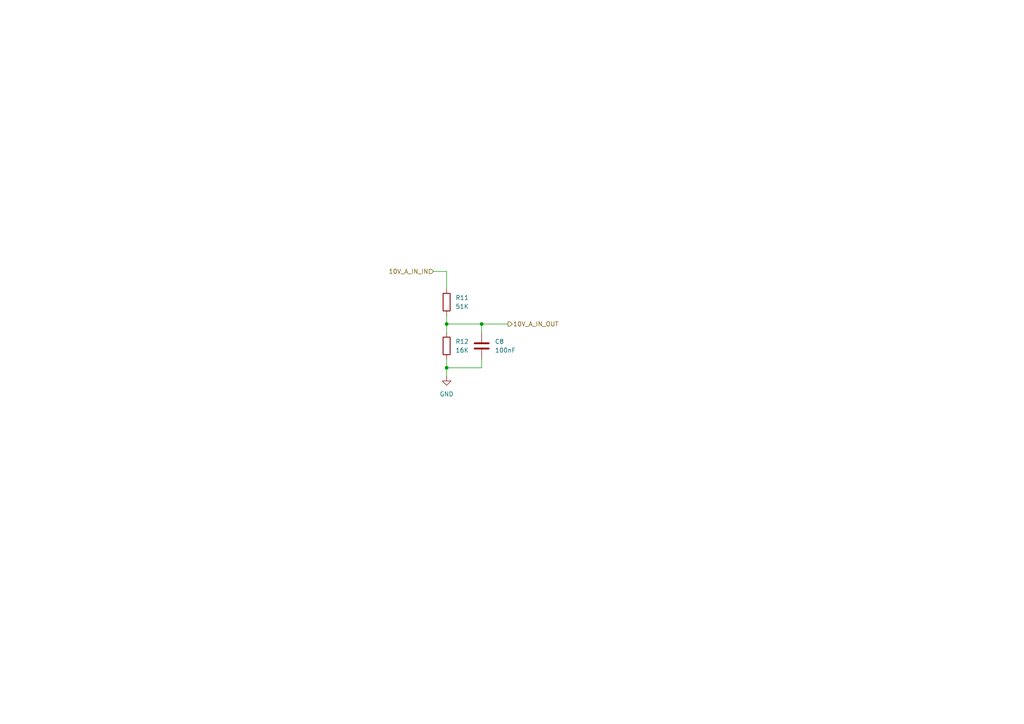
<source format=kicad_sch>
(kicad_sch (version 20250114) (generator "eeschema") (generator_version "9.0")
  (paper "A4")
  (lib_symbols
    (symbol "Device:C" (pin_numbers (hide yes)) (pin_names (offset 0.254))
      (property "Reference" "C" (at 0.635 2.54 0))
      (property "Value" "C" (at 0.635 -2.54 0))
      (symbol "C_0_1"
        (polyline (pts (xy -2.032 0.762) (xy 2.032 0.762)) (stroke (width 0.508)))
        (polyline (pts (xy -2.032 -0.762) (xy 2.032 -0.762)) (stroke (width 0.508)))
      )
      (symbol "C_1_1"
        (pin passive line (at 0 3.81 270) (length 2.794) (name "~") (number "1"))
        (pin passive line (at 0 -3.81 90) (length 2.794) (name "~") (number "2"))
      )
    )
    (symbol "Device:R" (pin_numbers (hide yes)) (pin_names (offset 0))
      (property "Reference" "R" (at 2.032 0 90))
      (property "Value" "R" (at 0 0 90))
      (symbol "R_0_1"
        (rectangle (start -1.016 -2.54) (end 1.016 2.54) (stroke (width 0.254)))
      )
      (symbol "R_1_1"
        (pin passive line (at 0 3.81 270) (length 1.27) (name "~") (number "1"))
        (pin passive line (at 0 -3.81 90) (length 1.27) (name "~") (number "2"))
      )
    )
    (symbol "power:GND" (power) (pin_numbers (hide yes)) (pin_names (offset 0) (hide yes))
      (property "Value" "GND" (at 0 -3.81 0))
      (symbol "GND_0_1"
        (polyline (pts (xy 0 0) (xy 0 -1.27) (xy 1.27 -1.27) (xy 0 -2.54) (xy -1.27 -1.27) (xy 0 -1.27)))
      )
      (symbol "GND_1_1"
        (pin power_in line (at 0 0 270) (length 0) (name "~") (number "1"))
      )
    )
  )
  (junction (at 139.7 93.98))
  (junction (at 129.54 106.68))
  (junction (at 129.54 93.98))
  (wire (pts (xy 139.7 93.98) (xy 147.32 93.98)))
  (wire (pts (xy 139.7 104.14) (xy 139.7 106.68)))
  (wire (pts (xy 129.54 104.14) (xy 129.54 106.68)))
  (wire (pts (xy 129.54 93.98) (xy 129.54 96.52)))
  (wire (pts (xy 139.7 106.68) (xy 129.54 106.68)))
  (wire (pts (xy 139.7 96.52) (xy 139.7 93.98)))
  (wire (pts (xy 129.54 78.74) (xy 129.54 83.82)))
  (wire (pts (xy 125.73 78.74) (xy 129.54 78.74)))
  (wire (pts (xy 129.54 91.44) (xy 129.54 93.98)))
  (wire (pts (xy 139.7 93.98) (xy 129.54 93.98)))
  (wire (pts (xy 129.54 106.68) (xy 129.54 109.22)))
  (hierarchical_label "10V_A_IN_OUT" (shape output) (at 147.32 93.98 0))
  (hierarchical_label "10V_A_IN_IN" (shape input) (at 125.73 78.74 180))
  (symbol (lib_id "Device:R") (at 129.54 87.63 0) (unit 1)
    (property "Reference" "R11" (at 132.08 86.3599 0) (effects (justify left)))
    (property "Value" "51K" (at 132.08 88.8999 0) (effects (justify left)))
    (property "Description" "Resistor" (effects (hide yes)))
  )
  (symbol (lib_id "Device:C") (at 139.7 100.33 0) (unit 1)
    (property "Reference" "C8" (at 143.51 99.0599 0) (effects (justify left)))
    (property "Value" "100nF" (at 143.51 101.5999 0) (effects (justify left)))
    (property "Description" "Unpolarized capacitor" (effects (hide yes)))
  )
  (symbol (lib_id "Device:R") (at 129.54 100.33 0) (unit 1)
    (property "Reference" "R12" (at 132.08 99.0599 0) (effects (justify left)))
    (property "Value" "16K" (at 132.08 101.5999 0) (effects (justify left)))
    (property "Description" "Resistor" (effects (hide yes)))
  )
  (symbol (lib_id "power:GND") (at 129.54 109.22 0) (unit 1)
    (property "Reference" "#PWR025" (effects (hide yes)))
    (property "Value" "GND" (at 129.54 114.3 0))
    (property "Description" "Power symbol creates a global label with name \"GND\" , ground" (effects (hide yes)))
  )
)
</source>
